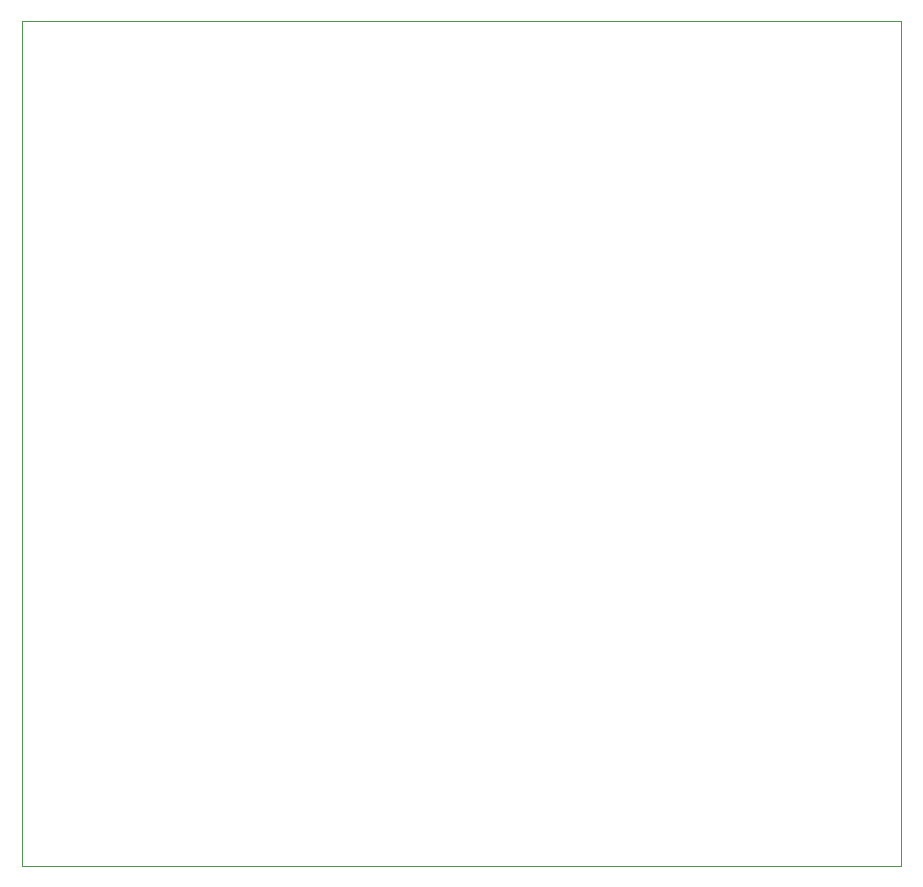
<source format=gbr>
%TF.GenerationSoftware,KiCad,Pcbnew,(5.1.9)-1*%
%TF.CreationDate,2022-03-13T12:23:53-04:00*%
%TF.ProjectId,4runner-seat-heat,3472756e-6e65-4722-9d73-6561742d6865,rev?*%
%TF.SameCoordinates,Original*%
%TF.FileFunction,Profile,NP*%
%FSLAX46Y46*%
G04 Gerber Fmt 4.6, Leading zero omitted, Abs format (unit mm)*
G04 Created by KiCad (PCBNEW (5.1.9)-1) date 2022-03-13 12:23:53*
%MOMM*%
%LPD*%
G01*
G04 APERTURE LIST*
%TA.AperFunction,Profile*%
%ADD10C,0.050000*%
%TD*%
G04 APERTURE END LIST*
D10*
X74397000Y5250000D02*
X74397000Y-66217800D01*
X0Y-66218000D02*
X74396600Y-66218000D01*
X0Y5250000D02*
X0Y-66218000D01*
X0Y5250000D02*
X74397000Y5250000D01*
M02*

</source>
